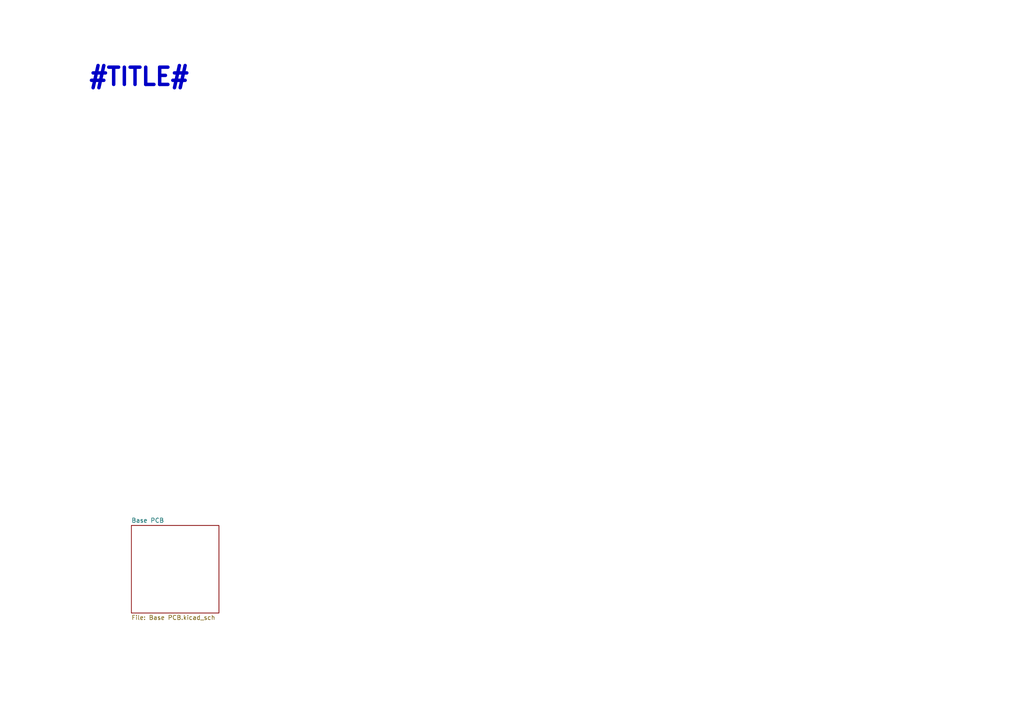
<source format=kicad_sch>
(kicad_sch (version 20211123) (generator eeschema)
  (paper "A4")
  (title_block (title "#TITLE#") (date "#DATE CREATED#") (rev "#REVISION#"))
  (lib_symbols)
  (text "#TITLE#" (at 25.4 25.4 0) (effects (font (size 5.0038 5.0038) (thickness 1.0008) bold) (justify left bottom)))
  (sheet (at 38.1 152.4) (size 25.4 25.4)
    (property "Sheet name" "Base PCB" (at 38.1 151.6884 0) (effects (justify left bottom)))
    (property "Sheet file" "Base PCB.kicad_sch" (at 38.1 178.3846 0) (effects (justify left top)))
  )
)
</source>
